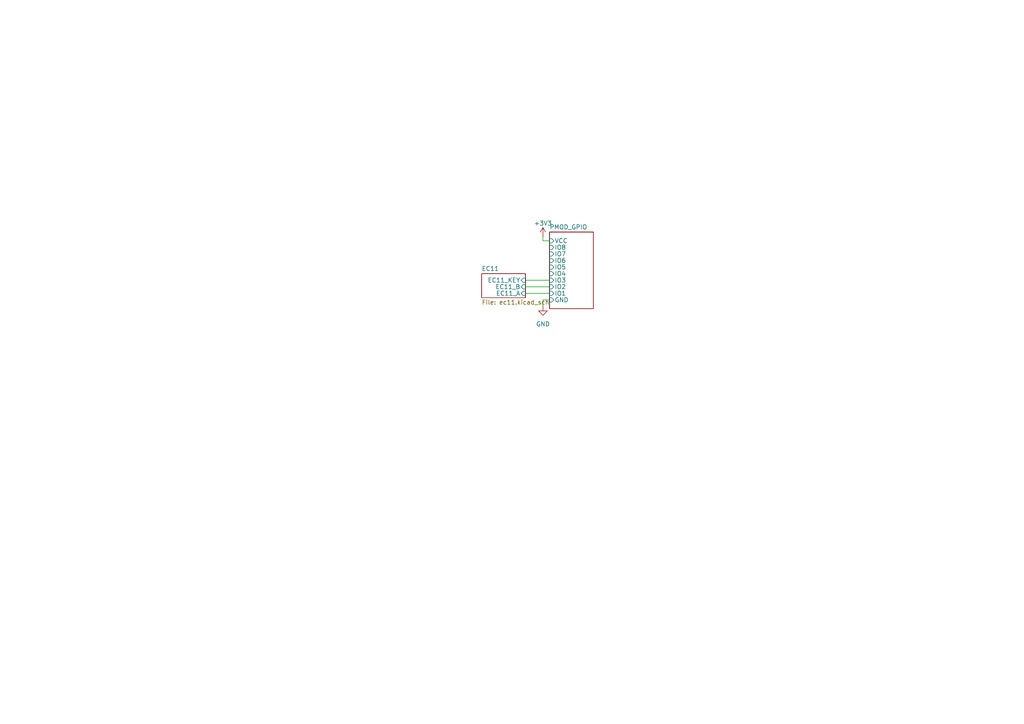
<source format=kicad_sch>
(kicad_sch (version 20230121) (generator eeschema)
  (paper "A4")
  (lib_symbols
    (symbol "PCM_4ms_Power-symbol:GND" (power) (pin_names (offset 0))
      (property "Value" "GND" (at 0 -3.81 0))
      (symbol "GND_0_1"
        (polyline (pts (xy 0 0) (xy 0 -1.27) (xy 1.27 -1.27) (xy 0 -2.54) (xy -1.27 -1.27) (xy 0 -1.27)))
      )
      (symbol "GND_1_1"
        (pin power_in line (at 0 0 270) (length 0) hide (name "GND") (number "1"))
      )
    )
    (symbol "power:+3V3" (power) (pin_names (offset 0))
      (property "Value" "+3V3" (at 0 3.556 0))
      (symbol "+3V3_0_1"
        (polyline (pts (xy -0.762 1.27) (xy 0 2.54)))
        (polyline (pts (xy 0 0) (xy 0 2.54)))
        (polyline (pts (xy 0 2.54) (xy 0.762 1.27)))
      )
      (symbol "+3V3_1_1"
        (pin power_in line (at 0 0 90) (length 0) hide (name "+3V3") (number "1"))
      )
    )
  )
  (wire (pts (xy 159.385 69.85) (xy 157.48 69.85)))
  (wire (pts (xy 157.48 69.85) (xy 157.48 68.58)))
  (wire (pts (xy 159.385 86.995) (xy 157.48 86.995)))
  (wire (pts (xy 152.4 85.09) (xy 159.385 85.09)))
  (wire (pts (xy 152.4 83.185) (xy 159.385 83.185)))
  (wire (pts (xy 152.4 81.28) (xy 159.385 81.28)))
  (wire (pts (xy 157.48 86.995) (xy 157.48 88.9)))
  (symbol (lib_id "power:+3V3") (at 157.48 68.58 0) (unit 1)
    (property "Reference" "#PWR04" (effects hide))
    (property "Value" "+3V3" (at 157.48 64.77 0))
  )
  (symbol (lib_id "PCM_4ms_Power-symbol:GND") (at 157.48 88.9 0) (unit 1)
    (property "Reference" "#PWR03" (effects hide))
    (property "Value" "GND" (at 157.48 93.98 0))
  )
  (sheet (at 139.7 79.375) (size 12.7 6.985) (stroke (width 0.1524))
    (property "Sheetname" "EC11" (at 139.7 78.6634 0) (effects (justify left bottom)))
    (property "Sheetfile" "ec11.kicad_sch" (at 139.7 86.9446 0) (effects (justify left top)))
    (pin "EC11_KEY" input (at 152.4 81.28 0))
    (pin "EC11_B" input (at 152.4 83.185 0))
    (pin "EC11_A" input (at 152.4 85.09 0))
  )
  (sheet (at 159.385 67.31) (size 12.7 22.225) (stroke (width 0.1524))
    (property "Sheetname" "PMOD_GPIO" (at 159.385 66.5984 0) (effects (justify left bottom)))
    (property "Sheetfile" "C:/Users/tbz/OneDrive/doc/kicad_schematic/pmod_gpio.kicad_sch" (effects hide))
    (pin "IO4" input (at 159.385 79.375 180))
    (pin "IO3" input (at 159.385 81.28 180))
    (pin "VCC" input (at 159.385 69.85 180))
    (pin "IO2" input (at 159.385 83.185 180))
    (pin "IO1" input (at 159.385 85.09 180))
    (pin "GND" input (at 159.385 86.995 180))
    (pin "IO8" input (at 159.385 71.755 180))
    (pin "IO5" input (at 159.385 77.47 180))
    (pin "IO7" input (at 159.385 73.66 180))
    (pin "IO6" input (at 159.385 75.565 180))
  )
)
</source>
